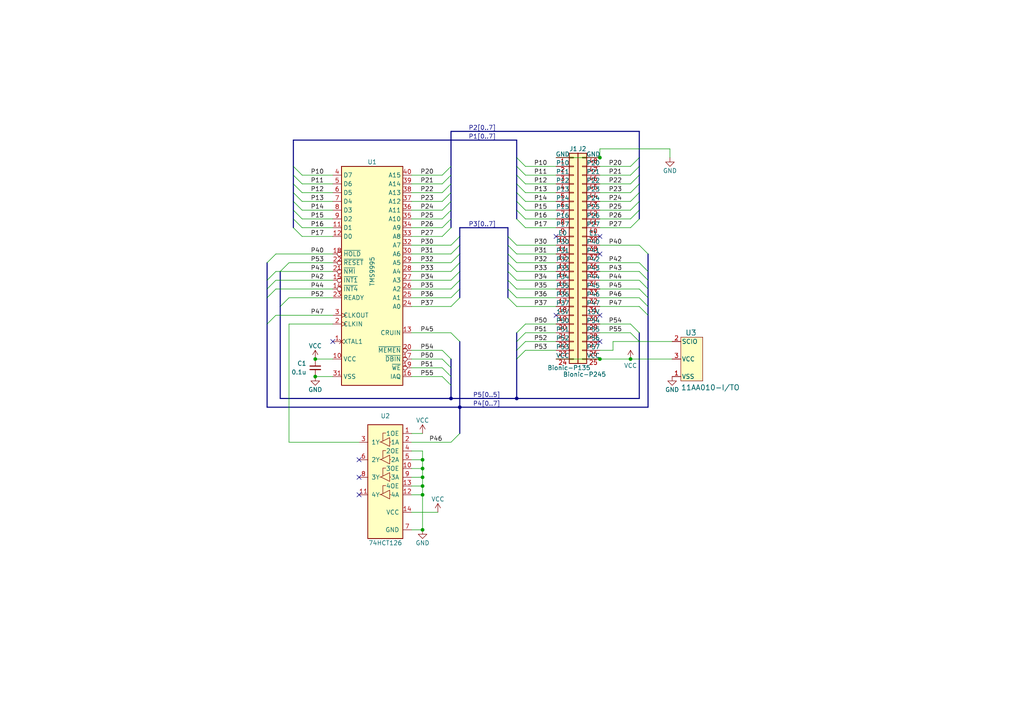
<source format=kicad_sch>
(kicad_sch (version 20230121) (generator eeschema)
  (paper "A4")
  (title_block (title "BionicTMS9995") (date "2022-01-19") (rev "1") (company "Tadashi G. Takaoka"))
  (lib_symbols
    (symbol "0-LocalLibrary:11AA010-I_TO" (pin_names (offset 0.254))
      (property "Reference" "U" (at 2.54 1.27 0))
      (property "Value" "11AA010-I/TO" (at 3.81 -13.97 0))
      (symbol "11AA010-I_TO_1_1"
        (rectangle (start 0 0) (end 6.35 -12.7) (fill (type background)))
        (pin power_in line (at -2.54 -11.43 0) (length 2.54) (name "VSS") (number "1"))
        (pin bidirectional line (at -2.54 -1.27 0) (length 2.54) (name "SCIO") (number "2"))
        (pin power_in line (at -2.54 -6.35 0) (length 2.54) (name "VCC") (number "3"))
      )
    )
    (symbol "0-LocalLibrary:74HCT126" (pin_names (offset 1.016))
      (property "Reference" "U" (at 0 16.51 0))
      (property "Value" "74HCT126" (at 0 -19.05 0))
      (symbol "74HCT126_0_1"
        (polyline (pts (xy -1.2954 10.2108) (xy -1.6002 10.2108)))
        (polyline (pts (xy 1.2954 10.2362) (xy 1.651 10.2362)))
        (polyline (pts (xy 0.7112 10.5664) (xy 0.7112 12.827) (xy -0.127 12.827) (xy -0.1016 12.827)))
      )
      (symbol "74HCT126_1_0"
        (polyline (pts (xy 1.27 10.2362) (xy -1.27 11.5062) (xy -1.27 8.9662) (xy 1.27 10.2362)) (stroke (width 0.1524)))
        (pin input line (at -7.62 12.7 0) (length 2.54) (name "1OE") (number "1"))
        (pin input line (at -7.62 2.54 0) (length 2.54) (name "3OE") (number "10"))
        (pin tri_state line (at 7.62 -5.08 180) (length 2.54) (name "4Y") (number "11"))
        (pin input line (at -7.62 -5.08 0) (length 2.54) (name "4A") (number "12"))
        (pin input line (at -7.62 -2.54 0) (length 2.54) (name "4OE") (number "13"))
        (pin power_in line (at -7.62 -10.16 0) (length 2.54) (name "VCC") (number "14"))
        (pin input line (at -7.62 10.16 0) (length 2.54) (name "1A") (number "2"))
        (pin tri_state line (at 7.62 10.16 180) (length 2.54) (name "1Y") (number "3"))
        (pin input line (at -7.62 7.62 0) (length 2.54) (name "2OE") (number "4"))
        (pin input line (at -7.62 5.08 0) (length 2.54) (name "2A") (number "5"))
        (pin tri_state line (at 7.62 5.08 180) (length 2.54) (name "2Y") (number "6"))
        (pin power_in line (at -7.62 -15.24 0) (length 2.54) (name "GND") (number "7"))
        (pin tri_state line (at 7.62 0 180) (length 2.54) (name "3Y") (number "8"))
        (pin input line (at -7.62 0 0) (length 2.54) (name "3A") (number "9"))
      )
      (symbol "74HCT126_1_1"
        (rectangle (start -5.08 15.24) (end 5.08 -17.78) (stroke (width 0.254)) (fill (type background)))
        (polyline (pts (xy -1.2954 -5.0292) (xy -1.6002 -5.0292)))
        (polyline (pts (xy -1.2954 0.0508) (xy -1.6002 0.0508)))
        (polyline (pts (xy -1.2954 5.1308) (xy -1.6002 5.1308)))
        (polyline (pts (xy 1.2954 -5.0038) (xy 1.651 -5.0038)))
        (polyline (pts (xy 1.2954 0.0762) (xy 1.651 0.0762)))
        (polyline (pts (xy 1.2954 5.1562) (xy 1.651 5.1562)))
        (polyline (pts (xy 0.7112 -4.6736) (xy 0.7112 -2.413) (xy -0.127 -2.413) (xy -0.1016 -2.413)))
        (polyline (pts (xy 0.7112 0.4064) (xy 0.7112 2.667) (xy -0.127 2.667) (xy -0.1016 2.667)))
        (polyline (pts (xy 0.7112 5.4864) (xy 0.7112 7.747) (xy -0.127 7.747) (xy -0.1016 7.747)))
        (polyline (pts (xy 1.27 -5.0038) (xy -1.27 -3.7338) (xy -1.27 -6.2738) (xy 1.27 -5.0038)) (stroke (width 0.1524)))
        (polyline (pts (xy 1.27 0.0762) (xy -1.27 1.3462) (xy -1.27 -1.1938) (xy 1.27 0.0762)) (stroke (width 0.1524)))
        (polyline (pts (xy 1.27 5.1562) (xy -1.27 6.4262) (xy -1.27 3.8862) (xy 1.27 5.1562)) (stroke (width 0.1524)))
      )
    )
    (symbol "0-LocalLibrary:Bionic-P135" (pin_names (offset 0))
      (property "Reference" "J" (at 0 30.48 0))
      (property "Value" "Bionic-P135" (at -1.27 -33.02 0))
      (symbol "Bionic-P135_1_1"
        (rectangle (start -1.27 -30.353) (end 0 -30.607) (stroke (width 0.1524)))
        (rectangle (start -1.27 -27.813) (end 0 -28.067) (stroke (width 0.1524)))
        (rectangle (start -1.27 -25.273) (end 0 -25.527) (stroke (width 0.1524)))
        (rectangle (start -1.27 -22.733) (end 0 -22.987) (stroke (width 0.1524)))
        (rectangle (start -1.27 -20.193) (end 0 -20.447) (stroke (width 0.1524)))
        (rectangle (start -1.27 -17.653) (end 0 -17.907) (stroke (width 0.1524)))
        (rectangle (start -1.27 -15.113) (end 0 -15.367) (stroke (width 0.1524)))
        (rectangle (start -1.27 -12.573) (end 0 -12.827) (stroke (width 0.1524)))
        (rectangle (start -1.27 -10.033) (end 0 -10.287) (stroke (width 0.1524)))
        (rectangle (start -1.27 -7.493) (end 0 -7.747) (stroke (width 0.1524)))
        (rectangle (start -1.27 -4.953) (end 0 -5.207) (stroke (width 0.1524)))
        (rectangle (start -1.27 -2.413) (end 0 -2.667) (stroke (width 0.1524)))
        (rectangle (start -1.27 0.127) (end 0 -0.127) (stroke (width 0.1524)))
        (rectangle (start -1.27 2.667) (end 0 2.413) (stroke (width 0.1524)))
        (rectangle (start -1.27 5.207) (end 0 4.953) (stroke (width 0.1524)))
        (rectangle (start -1.27 7.747) (end 0 7.493) (stroke (width 0.1524)))
        (rectangle (start -1.27 10.287) (end 0 10.033) (stroke (width 0.1524)))
        (rectangle (start -1.27 12.827) (end 0 12.573) (stroke (width 0.1524)))
        (rectangle (start -1.27 15.367) (end 0 15.113) (stroke (width 0.1524)))
        (rectangle (start -1.27 17.907) (end 0 17.653) (stroke (width 0.1524)))
        (rectangle (start -1.27 20.447) (end 0 20.193) (stroke (width 0.1524)))
        (rectangle (start -1.27 22.987) (end 0 22.733) (stroke (width 0.1524)))
        (rectangle (start -1.27 25.527) (end 0 25.273) (stroke (width 0.1524)))
        (rectangle (start -1.27 28.067) (end 0 27.813) (stroke (width 0.1524)))
        (rectangle (start -1.27 29.21) (end 1.27 -31.75) (stroke (width 0.254)) (fill (type background)))
        (pin power_out line (at -5.08 27.94 0) (length 3.81) (name "GND") (number "1"))
        (pin bidirectional line (at -5.08 5.08 0) (length 3.81) (name "E0") (number "10"))
        (pin bidirectional line (at -5.08 2.54 0) (length 3.81) (name "P30") (number "11"))
        (pin bidirectional line (at -5.08 0 0) (length 3.81) (name "P31") (number "12"))
        (pin bidirectional line (at -5.08 -2.54 0) (length 3.81) (name "P32") (number "13"))
        (pin bidirectional line (at -5.08 -5.08 0) (length 3.81) (name "P33") (number "14"))
        (pin bidirectional line (at -5.08 -7.62 0) (length 3.81) (name "P34") (number "15"))
        (pin bidirectional line (at -5.08 -10.16 0) (length 3.81) (name "P35") (number "16"))
        (pin bidirectional line (at -5.08 -12.7 0) (length 3.81) (name "P36") (number "17"))
        (pin bidirectional line (at -5.08 -15.24 0) (length 3.81) (name "P37") (number "18"))
        (pin power_out line (at -5.08 -17.78 0) (length 3.81) (name "15V") (number "19"))
        (pin bidirectional line (at -5.08 25.4 0) (length 3.81) (name "P10") (number "2"))
        (pin bidirectional line (at -5.08 -20.32 0) (length 3.81) (name "P50") (number "20"))
        (pin bidirectional line (at -5.08 -22.86 0) (length 3.81) (name "P51") (number "21"))
        (pin bidirectional line (at -5.08 -25.4 0) (length 3.81) (name "P52") (number "22"))
        (pin bidirectional line (at -5.08 -27.94 0) (length 3.81) (name "P53") (number "23"))
        (pin power_out line (at -5.08 -30.48 0) (length 3.81) (name "VCC") (number "24"))
        (pin bidirectional line (at -5.08 22.86 0) (length 3.81) (name "P11") (number "3"))
        (pin bidirectional line (at -5.08 20.32 0) (length 3.81) (name "P12") (number "4"))
        (pin bidirectional line (at -5.08 17.78 0) (length 3.81) (name "P13") (number "5"))
        (pin bidirectional line (at -5.08 15.24 0) (length 3.81) (name "P14") (number "6"))
        (pin bidirectional line (at -5.08 12.7 0) (length 3.81) (name "P15") (number "7"))
        (pin bidirectional line (at -5.08 10.16 0) (length 3.81) (name "P16") (number "8"))
        (pin bidirectional line (at -5.08 7.62 0) (length 3.81) (name "P17") (number "9"))
      )
    )
    (symbol "0-LocalLibrary:Bionic-P245" (pin_names (offset 0))
      (property "Reference" "J" (at -3.81 30.48 0))
      (property "Value" "Bionic-P245" (at -1.27 -33.02 0))
      (symbol "Bionic-P245_1_1"
        (rectangle (start -5.08 -31.75) (end -2.54 29.21) (stroke (width 0.254)) (fill (type background)))
        (rectangle (start -3.81 -30.607) (end -2.54 -30.353) (stroke (width 0.1524)))
        (rectangle (start -3.81 -28.067) (end -2.54 -27.813) (stroke (width 0.1524)))
        (rectangle (start -3.81 -25.527) (end -2.54 -25.273) (stroke (width 0.1524)))
        (rectangle (start -3.81 -22.987) (end -2.54 -22.733) (stroke (width 0.1524)))
        (rectangle (start -3.81 -20.447) (end -2.54 -20.193) (stroke (width 0.1524)))
        (rectangle (start -3.81 -17.907) (end -2.54 -17.653) (stroke (width 0.1524)))
        (rectangle (start -3.81 -15.367) (end -2.54 -15.113) (stroke (width 0.1524)))
        (rectangle (start -3.81 -12.827) (end -2.54 -12.573) (stroke (width 0.1524)))
        (rectangle (start -3.81 -10.287) (end -2.54 -10.033) (stroke (width 0.1524)))
        (rectangle (start -3.81 -7.747) (end -2.54 -7.493) (stroke (width 0.1524)))
        (rectangle (start -3.81 -5.207) (end -2.54 -4.953) (stroke (width 0.1524)))
        (rectangle (start -3.81 -2.667) (end -2.54 -2.413) (stroke (width 0.1524)))
        (rectangle (start -3.81 -0.127) (end -2.54 0.127) (stroke (width 0.1524)))
        (rectangle (start -3.81 2.413) (end -2.54 2.667) (stroke (width 0.1524)))
        (rectangle (start -3.81 4.953) (end -2.54 5.207) (stroke (width 0.1524)))
        (rectangle (start -3.81 7.493) (end -2.54 7.747) (stroke (width 0.1524)))
        (rectangle (start -3.81 10.033) (end -2.54 10.287) (stroke (width 0.1524)))
        (rectangle (start -3.81 12.573) (end -2.54 12.827) (stroke (width 0.1524)))
        (rectangle (start -3.81 15.113) (end -2.54 15.367) (stroke (width 0.1524)))
        (rectangle (start -3.81 17.653) (end -2.54 17.907) (stroke (width 0.1524)))
        (rectangle (start -3.81 20.193) (end -2.54 20.447) (stroke (width 0.1524)))
        (rectangle (start -3.81 22.733) (end -2.54 22.987) (stroke (width 0.1524)))
        (rectangle (start -3.81 25.273) (end -2.54 25.527) (stroke (width 0.1524)))
        (rectangle (start -3.81 27.813) (end -2.54 28.067) (stroke (width 0.1524)))
        (pin power_in line (at 1.27 -30.48 180) (length 3.81) (name "VCC") (number "25"))
        (pin bidirectional line (at 1.27 -27.94 180) (length 3.81) (name "P57") (number "26"))
        (pin bidirectional line (at 1.27 -25.4 180) (length 3.81) (name "P56") (number "27"))
        (pin bidirectional line (at 1.27 -22.86 180) (length 3.81) (name "P55") (number "28"))
        (pin bidirectional line (at 1.27 -20.32 180) (length 3.81) (name "P54") (number "29"))
        (pin power_in line (at 1.27 -17.78 180) (length 3.81) (name "15V") (number "30"))
        (pin bidirectional line (at 1.27 -15.24 180) (length 3.81) (name "P47") (number "31"))
        (pin bidirectional line (at 1.27 -12.7 180) (length 3.81) (name "P46") (number "32"))
        (pin bidirectional line (at 1.27 -10.16 180) (length 3.81) (name "P45") (number "33"))
        (pin bidirectional line (at 1.27 -7.62 180) (length 3.81) (name "P44") (number "34"))
        (pin bidirectional line (at 1.27 -5.08 180) (length 3.81) (name "P43") (number "35"))
        (pin bidirectional line (at 1.27 -2.54 180) (length 3.81) (name "P42") (number "36"))
        (pin bidirectional line (at 1.27 0 180) (length 3.81) (name "P41") (number "37"))
        (pin bidirectional line (at 1.27 2.54 180) (length 3.81) (name "P40") (number "38"))
        (pin bidirectional line (at 1.27 5.08 180) (length 3.81) (name "E1") (number "39"))
        (pin bidirectional line (at 1.27 7.62 180) (length 3.81) (name "P27") (number "40"))
        (pin bidirectional line (at 1.27 10.16 180) (length 3.81) (name "P26") (number "41"))
        (pin bidirectional line (at 1.27 12.7 180) (length 3.81) (name "P25") (number "42"))
        (pin bidirectional line (at 1.27 15.24 180) (length 3.81) (name "P24") (number "43"))
        (pin bidirectional line (at 1.27 17.78 180) (length 3.81) (name "P23") (number "44"))
        (pin bidirectional line (at 1.27 20.32 180) (length 3.81) (name "P22") (number "45"))
        (pin bidirectional line (at 1.27 22.86 180) (length 3.81) (name "P21") (number "46"))
        (pin bidirectional line (at 1.27 25.4 180) (length 3.81) (name "P20") (number "47"))
        (pin power_in line (at 1.27 27.94 180) (length 3.81) (name "GND") (number "48"))
      )
    )
    (symbol "0-LocalLibrary:TMS9995"
      (property "Reference" "U" (at -1.27 31.75 0))
      (property "Value" "TMS9995" (at 0 -3.81 90))
      (symbol "TMS9995_0_1"
        (rectangle (start -8.89 -33.02) (end 8.89 30.48) (stroke (width 0.254)) (fill (type background)))
      )
      (symbol "TMS9995_1_1"
        (pin passive non_logic (at -11.43 -20.32 0) (length 2.54) (name "XTAL1") (number "1"))
        (pin power_in line (at -11.43 -25.4 0) (length 2.54) (name "VCC") (number "10"))
        (pin bidirectional line (at -11.43 12.7 0) (length 2.54) (name "D1") (number "11"))
        (pin bidirectional line (at -11.43 10.16 0) (length 2.54) (name "D0") (number "12"))
        (pin input line (at 11.43 -17.78 180) (length 2.54) (name "CRUIN") (number "13"))
        (pin input inverted (at -11.43 -5.08 0) (length 2.54) (name "~{INT4}") (number "14"))
        (pin input inverted (at -11.43 -2.54 0) (length 2.54) (name "~{INT1}") (number "15"))
        (pin output line (at 11.43 -30.48 180) (length 2.54) (name "IAQ") (number "16"))
        (pin output inverted (at 11.43 -25.4 180) (length 2.54) (name "~{DBIN}") (number "17"))
        (pin input inverted (at -11.43 5.08 0) (length 2.54) (name "~{HOLD}") (number "18"))
        (pin output inverted (at 11.43 -27.94 180) (length 2.54) (name "~{WE}") (number "19"))
        (pin input clock (at -11.43 -15.24 0) (length 2.54) (name "CLKIN") (number "2"))
        (pin output inverted (at 11.43 -22.86 180) (length 2.54) (name "~{MEMEN}") (number "20"))
        (pin input inverted (at -11.43 0 0) (length 2.54) (name "~{NMI}") (number "21"))
        (pin input inverted (at -11.43 2.54 0) (length 2.54) (name "~{RESET}") (number "22"))
        (pin input line (at -11.43 -7.62 0) (length 2.54) (name "READY") (number "23"))
        (pin output line (at 11.43 -10.16 180) (length 2.54) (name "A0") (number "24"))
        (pin output line (at 11.43 -7.62 180) (length 2.54) (name "A1") (number "25"))
        (pin output line (at 11.43 -5.08 180) (length 2.54) (name "A2") (number "26"))
        (pin output line (at 11.43 -2.54 180) (length 2.54) (name "A3") (number "27"))
        (pin output line (at 11.43 0 180) (length 2.54) (name "A4") (number "28"))
        (pin output line (at 11.43 2.54 180) (length 2.54) (name "A5") (number "29"))
        (pin output clock (at -11.43 -12.7 0) (length 2.54) (name "CLKOUT") (number "3"))
        (pin output line (at 11.43 5.08 180) (length 2.54) (name "A6") (number "30"))
        (pin power_in line (at -11.43 -30.48 0) (length 2.54) (name "VSS") (number "31"))
        (pin output line (at 11.43 7.62 180) (length 2.54) (name "A7") (number "32"))
        (pin output line (at 11.43 10.16 180) (length 2.54) (name "A8") (number "33"))
        (pin output line (at 11.43 12.7 180) (length 2.54) (name "A9") (number "34"))
        (pin output line (at 11.43 15.24 180) (length 2.54) (name "A10") (number "35"))
        (pin output line (at 11.43 17.78 180) (length 2.54) (name "A11") (number "36"))
        (pin output line (at 11.43 20.32 180) (length 2.54) (name "A12") (number "37"))
        (pin output line (at 11.43 22.86 180) (length 2.54) (name "A13") (number "38"))
        (pin output line (at 11.43 25.4 180) (length 2.54) (name "A14") (number "39"))
        (pin bidirectional line (at -11.43 27.94 0) (length 2.54) (name "D7") (number "4"))
        (pin output line (at 11.43 27.94 180) (length 2.54) (name "A15") (number "40"))
        (pin bidirectional line (at -11.43 25.4 0) (length 2.54) (name "D6") (number "5"))
        (pin bidirectional line (at -11.43 22.86 0) (length 2.54) (name "D5") (number "6"))
        (pin bidirectional line (at -11.43 20.32 0) (length 2.54) (name "D4") (number "7"))
        (pin bidirectional line (at -11.43 17.78 0) (length 2.54) (name "D3") (number "8"))
        (pin bidirectional line (at -11.43 15.24 0) (length 2.54) (name "D2") (number "9"))
      )
    )
    (symbol "Device:C_Small" (pin_numbers hide) (pin_names (offset 0.254) hide)
      (property "Reference" "C" (at 0.254 1.778 0))
      (property "Value" "C_Small" (at 0.254 -2.032 0))
      (symbol "C_Small_0_1"
        (polyline (pts (xy -1.524 -0.508) (xy 1.524 -0.508)) (stroke (width 0.3302)))
        (polyline (pts (xy -1.524 0.508) (xy 1.524 0.508)) (stroke (width 0.3048)))
      )
      (symbol "C_Small_1_1"
        (pin passive line (at 0 2.54 270) (length 2.032) (name "~") (number "1"))
        (pin passive line (at 0 -2.54 90) (length 2.032) (name "~") (number "2"))
      )
    )
    (symbol "power:GND" (power) (pin_names (offset 0))
      (property "Value" "GND" (at 0 -3.81 0))
      (symbol "GND_0_1"
        (polyline (pts (xy 0 0) (xy 0 -1.27) (xy 1.27 -1.27) (xy 0 -2.54) (xy -1.27 -1.27) (xy 0 -1.27)))
      )
      (symbol "GND_1_1"
        (pin power_in line (at 0 0 270) (length 0) hide (name "GND") (number "1"))
      )
    )
    (symbol "power:VCC" (power) (pin_names (offset 0))
      (property "Value" "VCC" (at 0 3.81 0))
      (symbol "VCC_0_1"
        (polyline (pts (xy -0.762 1.27) (xy 0 2.54)))
        (polyline (pts (xy 0 0) (xy 0 2.54)))
        (polyline (pts (xy 0 2.54) (xy 0.762 1.27)))
      )
      (symbol "VCC_1_1"
        (pin power_in line (at 0 0 90) (length 0) hide (name "VCC") (number "1"))
      )
    )
  )
  (junction (at 91.44 104.14))
  (junction (at 182.88 104.14))
  (junction (at 91.44 109.22))
  (junction (at 133.35 118.11))
  (junction (at 122.555 133.35))
  (junction (at 122.555 140.97))
  (junction (at 122.555 143.51))
  (junction (at 130.81 115.57))
  (junction (at 149.86 115.57))
  (junction (at 173.99 45.72))
  (junction (at 122.555 153.67))
  (junction (at 122.555 135.89))
  (junction (at 122.555 138.43))
  (junction (at 173.99 104.14))
  (no_connect (at 173.99 91.44))
  (no_connect (at 104.14 133.35))
  (no_connect (at 173.99 68.58))
  (no_connect (at 173.99 73.66))
  (no_connect (at 161.29 68.58))
  (no_connect (at 96.52 99.06))
  (no_connect (at 104.14 138.43))
  (no_connect (at 104.14 143.51))
  (no_connect (at 161.29 91.44))
  (no_connect (at 173.99 99.06))
  (bus_entry (at 130.81 58.42) (size -2.54 2.54))
  (bus_entry (at 185.42 55.88) (size -2.54 2.54))
  (bus_entry (at 185.42 50.8) (size -2.54 2.54))
  (bus_entry (at 130.81 53.34) (size -2.54 2.54))
  (bus_entry (at 130.81 66.04) (size -2.54 2.54))
  (bus_entry (at 87.63 50.8) (size -2.54 -2.54))
  (bus_entry (at 182.88 93.98) (size 2.54 2.54))
  (bus_entry (at 87.63 53.34) (size -2.54 -2.54))
  (bus_entry (at 185.42 53.34) (size -2.54 2.54))
  (bus_entry (at 152.4 60.96) (size -2.54 -2.54))
  (bus_entry (at 185.42 60.96) (size -2.54 2.54))
  (bus_entry (at 130.81 86.36) (size 2.54 -2.54))
  (bus_entry (at 147.32 71.12) (size 2.54 2.54))
  (bus_entry (at 128.27 104.14) (size 2.54 2.54))
  (bus_entry (at 185.42 45.72) (size -2.54 2.54))
  (bus_entry (at 185.42 58.42) (size -2.54 2.54))
  (bus_entry (at 147.32 76.2) (size 2.54 2.54))
  (bus_entry (at 152.4 99.06) (size -2.54 2.54))
  (bus_entry (at 133.35 99.06) (size -2.54 -2.54))
  (bus_entry (at 130.81 81.28) (size 2.54 -2.54))
  (bus_entry (at 152.4 101.6) (size -2.54 2.54))
  (bus_entry (at 147.32 83.82) (size 2.54 2.54))
  (bus_entry (at 152.4 96.52) (size -2.54 2.54))
  (bus_entry (at 149.86 71.12) (size -2.54 -2.54))
  (bus_entry (at 77.47 76.2) (size 2.54 -2.54))
  (bus_entry (at 185.42 63.5) (size -2.54 2.54))
  (bus_entry (at 87.63 66.04) (size -2.54 -2.54))
  (bus_entry (at 147.32 81.28) (size 2.54 2.54))
  (bus_entry (at 130.81 88.9) (size 2.54 -2.54))
  (bus_entry (at 152.4 93.98) (size -2.54 2.54))
  (bus_entry (at 130.81 63.5) (size -2.54 2.54))
  (bus_entry (at 147.32 78.74) (size 2.54 2.54))
  (bus_entry (at 185.42 81.28) (size 2.54 2.54))
  (bus_entry (at 130.81 60.96) (size -2.54 2.54))
  (bus_entry (at 152.4 50.8) (size -2.54 -2.54))
  (bus_entry (at 130.81 71.12) (size 2.54 -2.54))
  (bus_entry (at 185.42 71.12) (size 2.54 2.54))
  (bus_entry (at 130.81 76.2) (size 2.54 -2.54))
  (bus_entry (at 130.81 73.66) (size 2.54 -2.54))
  (bus_entry (at 77.47 93.98) (size 2.54 -2.54))
  (bus_entry (at 130.81 83.82) (size 2.54 -2.54))
  (bus_entry (at 130.81 48.26) (size -2.54 2.54))
  (bus_entry (at 87.63 63.5) (size -2.54 -2.54))
  (bus_entry (at 185.42 76.2) (size 2.54 2.54))
  (bus_entry (at 128.27 106.68) (size 2.54 2.54))
  (bus_entry (at 187.96 88.9) (size -2.54 -2.54))
  (bus_entry (at 185.42 48.26) (size -2.54 2.54))
  (bus_entry (at 87.63 68.58) (size -2.54 -2.54))
  (bus_entry (at 87.63 58.42) (size -2.54 -2.54))
  (bus_entry (at 81.28 78.74) (size 2.54 -2.54))
  (bus_entry (at 152.4 53.34) (size -2.54 -2.54))
  (bus_entry (at 185.42 83.82) (size 2.54 2.54))
  (bus_entry (at 77.47 81.28) (size 2.54 -2.54))
  (bus_entry (at 128.27 101.6) (size 2.54 2.54))
  (bus_entry (at 133.35 125.73) (size -2.54 2.54))
  (bus_entry (at 81.28 88.9) (size 2.54 -2.54))
  (bus_entry (at 152.4 66.04) (size -2.54 -2.54))
  (bus_entry (at 152.4 55.88) (size -2.54 -2.54))
  (bus_entry (at 77.47 83.82) (size 2.54 -2.54))
  (bus_entry (at 185.42 78.74) (size 2.54 2.54))
  (bus_entry (at 130.81 55.88) (size -2.54 2.54))
  (bus_entry (at 152.4 58.42) (size -2.54 -2.54))
  (bus_entry (at 128.27 109.22) (size 2.54 2.54))
  (bus_entry (at 87.63 55.88) (size -2.54 -2.54))
  (bus_entry (at 130.81 50.8) (size -2.54 2.54))
  (bus_entry (at 152.4 63.5) (size -2.54 -2.54))
  (bus_entry (at 152.4 48.26) (size -2.54 -2.54))
  (bus_entry (at 77.47 86.36) (size 2.54 -2.54))
  (bus_entry (at 185.42 88.9) (size 2.54 2.54))
  (bus_entry (at 87.63 60.96) (size -2.54 -2.54))
  (bus_entry (at 147.32 86.36) (size 2.54 2.54))
  (bus_entry (at 147.32 73.66) (size 2.54 2.54))
  (bus_entry (at 130.81 78.74) (size 2.54 -2.54))
  (bus_entry (at 182.88 96.52) (size 2.54 2.54))
  (bus (pts (xy 147.32 71.12) (xy 147.32 73.66)))
  (bus (pts (xy 185.42 96.52) (xy 185.42 99.06)))
  (bus (pts (xy 85.09 58.42) (xy 85.09 60.96)))
  (wire (pts (xy 119.38 50.8) (xy 128.27 50.8)))
  (wire (pts (xy 83.82 86.36) (xy 96.52 86.36)))
  (bus (pts (xy 149.86 50.8) (xy 149.86 53.34)))
  (wire (pts (xy 152.4 96.52) (xy 161.29 96.52)))
  (wire (pts (xy 161.29 71.12) (xy 149.86 71.12)))
  (wire (pts (xy 173.99 43.18) (xy 194.31 43.18)))
  (wire (pts (xy 91.44 104.14) (xy 96.52 104.14)))
  (bus (pts (xy 149.86 40.64) (xy 149.86 45.72)))
  (bus (pts (xy 147.32 73.66) (xy 147.32 76.2)))
  (wire (pts (xy 119.38 138.43) (xy 122.555 138.43)))
  (wire (pts (xy 173.99 71.12) (xy 185.42 71.12)))
  (bus (pts (xy 147.32 83.82) (xy 147.32 86.36)))
  (wire (pts (xy 119.38 125.73) (xy 122.555 125.73)))
  (bus (pts (xy 133.35 81.28) (xy 133.35 83.82)))
  (wire (pts (xy 119.38 140.97) (xy 122.555 140.97)))
  (bus (pts (xy 133.35 66.04) (xy 147.32 66.04)))
  (bus (pts (xy 130.81 38.1) (xy 130.81 48.26)))
  (bus (pts (xy 85.09 53.34) (xy 85.09 55.88)))
  (wire (pts (xy 161.29 50.8) (xy 152.4 50.8)))
  (bus (pts (xy 185.42 50.8) (xy 185.42 53.34)))
  (bus (pts (xy 133.35 66.04) (xy 133.35 68.58)))
  (wire (pts (xy 161.29 58.42) (xy 152.4 58.42)))
  (bus (pts (xy 149.86 115.57) (xy 185.42 115.57)))
  (wire (pts (xy 122.555 135.89) (xy 122.555 138.43)))
  (wire (pts (xy 173.99 93.98) (xy 182.88 93.98)))
  (wire (pts (xy 161.29 63.5) (xy 152.4 63.5)))
  (wire (pts (xy 149.86 88.9) (xy 161.29 88.9)))
  (wire (pts (xy 119.38 58.42) (xy 128.27 58.42)))
  (bus (pts (xy 130.81 63.5) (xy 130.81 66.04)))
  (wire (pts (xy 161.29 104.14) (xy 173.99 104.14)))
  (wire (pts (xy 119.38 76.2) (xy 130.81 76.2)))
  (bus (pts (xy 187.96 91.44) (xy 187.96 118.11)))
  (wire (pts (xy 173.99 55.88) (xy 182.88 55.88)))
  (wire (pts (xy 161.29 83.82) (xy 149.86 83.82)))
  (wire (pts (xy 119.38 143.51) (xy 122.555 143.51)))
  (wire (pts (xy 119.38 53.34) (xy 128.27 53.34)))
  (bus (pts (xy 187.96 78.74) (xy 187.96 81.28)))
  (bus (pts (xy 85.09 50.8) (xy 85.09 53.34)))
  (wire (pts (xy 119.38 133.35) (xy 122.555 133.35)))
  (bus (pts (xy 133.35 118.11) (xy 77.47 118.11)))
  (bus (pts (xy 77.47 93.98) (xy 77.47 118.11)))
  (wire (pts (xy 122.555 140.97) (xy 122.555 143.51)))
  (bus (pts (xy 130.81 53.34) (xy 130.81 55.88)))
  (bus (pts (xy 130.81 106.68) (xy 130.81 109.22)))
  (bus (pts (xy 187.96 118.11) (xy 133.35 118.11)))
  (wire (pts (xy 119.38 86.36) (xy 130.81 86.36)))
  (wire (pts (xy 119.38 106.68) (xy 128.27 106.68)))
  (bus (pts (xy 185.42 48.26) (xy 185.42 50.8)))
  (wire (pts (xy 173.99 66.04) (xy 182.88 66.04)))
  (wire (pts (xy 161.29 60.96) (xy 152.4 60.96)))
  (wire (pts (xy 119.38 60.96) (xy 128.27 60.96)))
  (bus (pts (xy 147.32 66.04) (xy 147.32 68.58)))
  (bus (pts (xy 149.86 96.52) (xy 149.86 99.06)))
  (wire (pts (xy 152.4 93.98) (xy 161.29 93.98)))
  (wire (pts (xy 173.99 78.74) (xy 185.42 78.74)))
  (wire (pts (xy 161.29 73.66) (xy 149.86 73.66)))
  (bus (pts (xy 130.81 104.14) (xy 130.81 106.68)))
  (wire (pts (xy 119.38 81.28) (xy 130.81 81.28)))
  (wire (pts (xy 182.88 96.52) (xy 173.99 96.52)))
  (wire (pts (xy 81.28 78.74) (xy 96.52 78.74)))
  (wire (pts (xy 119.38 96.52) (xy 130.81 96.52)))
  (bus (pts (xy 77.47 81.28) (xy 77.47 83.82)))
  (bus (pts (xy 147.32 76.2) (xy 147.32 78.74)))
  (bus (pts (xy 133.35 83.82) (xy 133.35 86.36)))
  (bus (pts (xy 185.42 60.96) (xy 185.42 63.5)))
  (wire (pts (xy 119.38 73.66) (xy 130.81 73.66)))
  (wire (pts (xy 96.52 63.5) (xy 87.63 63.5)))
  (bus (pts (xy 130.81 111.76) (xy 130.81 115.57)))
  (wire (pts (xy 161.29 55.88) (xy 152.4 55.88)))
  (bus (pts (xy 85.09 60.96) (xy 85.09 63.5)))
  (wire (pts (xy 161.29 53.34) (xy 152.4 53.34)))
  (wire (pts (xy 173.99 86.36) (xy 185.42 86.36)))
  (bus (pts (xy 130.81 115.57) (xy 149.86 115.57)))
  (wire (pts (xy 96.52 53.34) (xy 87.63 53.34)))
  (wire (pts (xy 152.4 101.6) (xy 161.29 101.6)))
  (bus (pts (xy 149.86 58.42) (xy 149.86 60.96)))
  (wire (pts (xy 173.99 48.26) (xy 182.88 48.26)))
  (bus (pts (xy 149.86 48.26) (xy 149.86 50.8)))
  (wire (pts (xy 96.52 66.04) (xy 87.63 66.04)))
  (wire (pts (xy 119.38 83.82) (xy 130.81 83.82)))
  (wire (pts (xy 149.86 86.36) (xy 161.29 86.36)))
  (wire (pts (xy 182.88 104.14) (xy 194.945 104.14)))
  (bus (pts (xy 85.09 48.26) (xy 85.09 50.8)))
  (wire (pts (xy 173.99 50.8) (xy 182.88 50.8)))
  (bus (pts (xy 185.42 99.06) (xy 185.42 115.57)))
  (bus (pts (xy 187.96 83.82) (xy 187.96 86.36)))
  (wire (pts (xy 173.99 88.9) (xy 185.42 88.9)))
  (wire (pts (xy 119.38 66.04) (xy 128.27 66.04)))
  (wire (pts (xy 119.38 153.67) (xy 122.555 153.67)))
  (wire (pts (xy 96.52 60.96) (xy 87.63 60.96)))
  (wire (pts (xy 83.82 93.98) (xy 96.52 93.98)))
  (bus (pts (xy 85.09 63.5) (xy 85.09 66.04)))
  (bus (pts (xy 85.09 40.64) (xy 85.09 48.26)))
  (wire (pts (xy 119.38 88.9) (xy 130.81 88.9)))
  (bus (pts (xy 149.86 101.6) (xy 149.86 104.14)))
  (wire (pts (xy 173.99 58.42) (xy 182.88 58.42)))
  (wire (pts (xy 122.555 133.35) (xy 122.555 135.89)))
  (wire (pts (xy 83.82 76.2) (xy 96.52 76.2)))
  (bus (pts (xy 149.86 60.96) (xy 149.86 63.5)))
  (wire (pts (xy 119.38 63.5) (xy 128.27 63.5)))
  (bus (pts (xy 187.96 73.66) (xy 187.96 78.74)))
  (wire (pts (xy 161.29 45.72) (xy 173.99 45.72)))
  (bus (pts (xy 185.42 58.42) (xy 185.42 60.96)))
  (wire (pts (xy 119.38 101.6) (xy 128.27 101.6)))
  (bus (pts (xy 133.35 118.11) (xy 133.35 125.73)))
  (wire (pts (xy 119.38 135.89) (xy 122.555 135.89)))
  (wire (pts (xy 173.99 53.34) (xy 182.88 53.34)))
  (wire (pts (xy 173.99 104.14) (xy 182.88 104.14)))
  (bus (pts (xy 133.35 73.66) (xy 133.35 76.2)))
  (wire (pts (xy 119.38 71.12) (xy 130.81 71.12)))
  (bus (pts (xy 147.32 78.74) (xy 147.32 81.28)))
  (bus (pts (xy 130.81 50.8) (xy 130.81 53.34)))
  (bus (pts (xy 133.35 76.2) (xy 133.35 78.74)))
  (wire (pts (xy 119.38 78.74) (xy 130.81 78.74)))
  (wire (pts (xy 83.82 128.27) (xy 83.82 93.98)))
  (wire (pts (xy 122.555 143.51) (xy 122.555 153.67)))
  (wire (pts (xy 173.99 63.5) (xy 182.88 63.5)))
  (bus (pts (xy 133.35 78.74) (xy 133.35 81.28)))
  (bus (pts (xy 185.42 55.88) (xy 185.42 58.42)))
  (bus (pts (xy 130.81 48.26) (xy 130.81 50.8)))
  (bus (pts (xy 187.96 86.36) (xy 187.96 88.9)))
  (bus (pts (xy 149.86 45.72) (xy 149.86 48.26)))
  (wire (pts (xy 161.29 48.26) (xy 152.4 48.26)))
  (bus (pts (xy 147.32 81.28) (xy 147.32 83.82)))
  (bus (pts (xy 85.09 40.64) (xy 149.86 40.64)))
  (wire (pts (xy 96.52 58.42) (xy 87.63 58.42)))
  (bus (pts (xy 77.47 86.36) (xy 77.47 93.98)))
  (wire (pts (xy 119.38 55.88) (xy 128.27 55.88)))
  (bus (pts (xy 149.86 55.88) (xy 149.86 58.42)))
  (wire (pts (xy 173.99 101.6) (xy 177.8 101.6)))
  (wire (pts (xy 91.44 109.22) (xy 96.52 109.22)))
  (bus (pts (xy 133.35 68.58) (xy 133.35 71.12)))
  (wire (pts (xy 161.29 76.2) (xy 149.86 76.2)))
  (wire (pts (xy 177.8 99.06) (xy 185.42 99.06)))
  (wire (pts (xy 173.99 83.82) (xy 185.42 83.82)))
  (wire (pts (xy 161.29 78.74) (xy 149.86 78.74)))
  (wire (pts (xy 96.52 55.88) (xy 87.63 55.88)))
  (wire (pts (xy 173.99 76.2) (xy 185.42 76.2)))
  (bus (pts (xy 130.81 60.96) (xy 130.81 63.5)))
  (wire (pts (xy 185.42 99.06) (xy 194.945 99.06)))
  (bus (pts (xy 149.86 99.06) (xy 149.86 101.6)))
  (wire (pts (xy 161.29 81.28) (xy 149.86 81.28)))
  (bus (pts (xy 149.86 53.34) (xy 149.86 55.88)))
  (bus (pts (xy 149.86 104.14) (xy 149.86 115.57)))
  (bus (pts (xy 81.28 78.74) (xy 81.28 88.9)))
  (wire (pts (xy 80.01 73.66) (xy 96.52 73.66)))
  (wire (pts (xy 173.99 43.18) (xy 173.99 45.72)))
  (wire (pts (xy 122.555 130.81) (xy 122.555 133.35)))
  (wire (pts (xy 104.14 128.27) (xy 83.82 128.27)))
  (wire (pts (xy 80.01 91.44) (xy 96.52 91.44)))
  (bus (pts (xy 187.96 81.28) (xy 187.96 83.82)))
  (bus (pts (xy 185.42 45.72) (xy 185.42 48.26)))
  (bus (pts (xy 147.32 68.58) (xy 147.32 71.12)))
  (bus (pts (xy 185.42 38.1) (xy 185.42 45.72)))
  (bus (pts (xy 77.47 83.82) (xy 77.47 86.36)))
  (wire (pts (xy 152.4 99.06) (xy 161.29 99.06)))
  (bus (pts (xy 130.81 55.88) (xy 130.81 58.42)))
  (bus (pts (xy 130.81 38.1) (xy 185.42 38.1)))
  (wire (pts (xy 119.38 148.59) (xy 127 148.59)))
  (bus (pts (xy 185.42 53.34) (xy 185.42 55.88)))
  (bus (pts (xy 133.35 71.12) (xy 133.35 73.66)))
  (wire (pts (xy 96.52 68.58) (xy 87.63 68.58)))
  (bus (pts (xy 130.81 58.42) (xy 130.81 60.96)))
  (bus (pts (xy 187.96 88.9) (xy 187.96 91.44)))
  (wire (pts (xy 119.38 128.27) (xy 130.81 128.27)))
  (wire (pts (xy 122.555 138.43) (xy 122.555 140.97)))
  (bus (pts (xy 81.28 88.9) (xy 81.28 115.57)))
  (bus (pts (xy 130.81 109.22) (xy 130.81 111.76)))
  (wire (pts (xy 173.99 60.96) (xy 182.88 60.96)))
  (bus (pts (xy 85.09 55.88) (xy 85.09 58.42)))
  (wire (pts (xy 80.01 83.82) (xy 96.52 83.82)))
  (bus (pts (xy 81.28 115.57) (xy 130.81 115.57)))
  (bus (pts (xy 133.35 99.06) (xy 133.35 118.11)))
  (wire (pts (xy 119.38 68.58) (xy 128.27 68.58)))
  (wire (pts (xy 119.38 130.81) (xy 122.555 130.81)))
  (wire (pts (xy 173.99 81.28) (xy 185.42 81.28)))
  (wire (pts (xy 119.38 109.22) (xy 128.27 109.22)))
  (wire (pts (xy 80.01 81.28) (xy 96.52 81.28)))
  (wire (pts (xy 80.01 78.74) (xy 81.28 78.74)))
  (wire (pts (xy 96.52 50.8) (xy 87.63 50.8)))
  (wire (pts (xy 194.31 43.18) (xy 194.31 45.72)))
  (bus (pts (xy 77.47 76.2) (xy 77.47 81.28)))
  (wire (pts (xy 119.38 104.14) (xy 128.27 104.14)))
  (wire (pts (xy 177.8 101.6) (xy 177.8 99.06)))
  (wire (pts (xy 161.29 66.04) (xy 152.4 66.04)))
  (label "P51" (at 121.92 106.68 0))
  (label "P42" (at 176.53 76.2 0))
  (label "P36" (at 121.92 86.36 0))
  (label "P17" (at 93.98 68.58 180))
  (label "P51" (at 158.75 96.52 180))
  (label "P40" (at 176.53 71.12 0))
  (label "P55" (at 176.53 96.52 0))
  (label "P16" (at 93.98 66.04 180))
  (label "P46" (at 176.53 86.36 0))
  (label "P54" (at 176.53 93.98 0))
  (label "P17" (at 158.75 66.04 180))
  (label "P52" (at 93.98 86.36 180))
  (label "P40" (at 93.98 73.66 180))
  (label "P12" (at 93.98 55.88 180))
  (label "P25" (at 176.53 60.96 0))
  (label "P34" (at 158.75 81.28 180))
  (label "P36" (at 158.75 86.36 180))
  (label "P23" (at 176.53 55.88 0))
  (label "P2[0..7]" (at 135.89 38.1 0))
  (label "P26" (at 121.92 66.04 0))
  (label "P53" (at 93.98 76.2 180))
  (label "P35" (at 158.75 83.82 180))
  (label "P24" (at 176.53 58.42 0))
  (label "P33" (at 158.75 78.74 180))
  (label "P32" (at 158.75 76.2 180))
  (label "P27" (at 121.92 68.58 0))
  (label "P50" (at 121.92 104.14 0))
  (label "P37" (at 158.75 88.9 180))
  (label "P46" (at 124.46 128.27 0))
  (label "P13" (at 158.75 55.88 180))
  (label "P21" (at 121.92 53.34 0))
  (label "P14" (at 93.98 60.96 180))
  (label "P55" (at 121.92 109.22 0))
  (label "P14" (at 158.75 58.42 180))
  (label "P21" (at 176.53 50.8 0))
  (label "P4[0..7]" (at 137.16 118.11 0))
  (label "P45" (at 176.53 83.82 0))
  (label "P24" (at 121.92 60.96 0))
  (label "P27" (at 176.53 66.04 0))
  (label "P33" (at 121.92 78.74 0))
  (label "P31" (at 121.92 73.66 0))
  (label "P23" (at 121.92 58.42 0))
  (label "P32" (at 121.92 76.2 0))
  (label "P37" (at 121.92 88.9 0))
  (label "P34" (at 121.92 81.28 0))
  (label "P16" (at 158.75 63.5 180))
  (label "P42" (at 93.98 81.28 180))
  (label "P47" (at 93.98 91.44 180))
  (label "P10" (at 158.75 48.26 180))
  (label "P44" (at 176.53 81.28 0))
  (label "P53" (at 158.75 101.6 180))
  (label "P50" (at 158.75 93.98 180))
  (label "P31" (at 158.75 73.66 180))
  (label "P22" (at 121.92 55.88 0))
  (label "P1[0..7]" (at 135.89 40.64 0))
  (label "P44" (at 93.98 83.82 180))
  (label "P10" (at 93.98 50.8 180))
  (label "P11" (at 158.75 50.8 180))
  (label "P13" (at 93.98 58.42 180))
  (label "P52" (at 158.75 99.06 180))
  (label "P30" (at 121.92 71.12 0))
  (label "P12" (at 158.75 53.34 180))
  (label "P20" (at 176.53 48.26 0))
  (label "P30" (at 158.75 71.12 180))
  (label "P54" (at 121.92 101.6 0))
  (label "P43" (at 93.98 78.74 180))
  (label "P35" (at 121.92 83.82 0))
  (label "P45" (at 121.92 96.52 0))
  (label "P22" (at 176.53 53.34 0))
  (label "P25" (at 121.92 63.5 0))
  (label "P20" (at 121.92 50.8 0))
  (label "P26" (at 176.53 63.5 0))
  (label "P47" (at 176.53 88.9 0))
  (label "P43" (at 176.53 78.74 0))
  (label "P3[0..7]" (at 135.89 66.04 0))
  (label "P11" (at 93.98 53.34 180))
  (label "P15" (at 93.98 63.5 180))
  (label "P5[0..5]" (at 137.16 115.57 0))
  (label "P15" (at 158.75 60.96 180))
  (symbol (lib_id "Device:C_Small") (at 91.44 106.68 0) (mirror y) (unit 1)
    (property "Reference" "C1" (at 88.9 105.41 0) (effects (justify left)))
    (property "Value" "0.1u" (at 88.9 107.95 0) (effects (justify left)))
    (property "Footprint" "Capacitor_THT:C_Disc_D3.4mm_W2.1mm_P2.50mm" (effects hide))
  )
  (symbol (lib_id "0-LocalLibrary:74HCT126") (at 111.76 138.43 0) (mirror y) (unit 1)
    (property "Reference" "U2" (at 111.76 120.65 0))
    (property "Value" "74HCT126" (at 111.76 157.48 0))
    (property "Footprint" "Package_DIP:DIP-14_W7.62mm" (effects hide))
    (property "Datasheet" "https://www.ti.com/lit/ds/symlink/cd74hct126.pdf" (effects hide))
  )
  (symbol (lib_id "0-LocalLibrary:TMS9995") (at 107.95 78.74 0) (unit 1)
    (property "Reference" "U1" (at 107.95 46.99 0))
    (property "Value" "TMS9995" (at 107.95 78.74 90))
    (property "Footprint" "Package_DIP:DIP-40_W15.24mm" (effects hide))
    (property "Datasheet" "https://pdf1.alldatasheet.com/datasheet-pdf/view/81555/TI/TMS9995.html" (effects hide))
  )
  (symbol (lib_id "0-LocalLibrary:Bionic-P135") (at 166.37 73.66 0) (unit 1)
    (property "Reference" "J1" (at 165.1 43.18 0) (effects (justify left)))
    (property "Value" "Bionic-P135" (at 158.75 106.68 0) (effects (justify left)))
    (property "Footprint" "connector:Bionic-P135_Vertical" (effects hide))
  )
  (symbol (lib_id "power:GND") (at 91.44 109.22 0) (unit 1)
    (property "Reference" "#PWR03" (effects hide))
    (property "Value" "GND" (at 91.44 113.03 0))
  )
  (symbol (lib_id "power:VCC") (at 122.555 125.73 0) (unit 1)
    (property "Reference" "#PWR05" (effects hide))
    (property "Value" "VCC" (at 122.555 121.92 0))
  )
  (symbol (lib_id "power:GND") (at 122.555 153.67 0) (unit 1)
    (property "Reference" "#PWR02" (effects hide))
    (property "Value" "GND" (at 122.555 157.48 0))
  )
  (symbol (lib_id "power:VCC") (at 91.44 104.14 0) (unit 1)
    (property "Reference" "#PWR07" (effects hide))
    (property "Value" "VCC" (at 91.44 100.33 0))
  )
  (symbol (lib_id "power:VCC") (at 127 148.59 0) (unit 1)
    (property "Reference" "#PWR06" (effects hide))
    (property "Value" "VCC" (at 127 144.78 0))
  )
  (symbol (lib_id "power:GND") (at 194.31 45.72 0) (unit 1)
    (property "Reference" "#PWR01" (effects hide))
    (property "Value" "GND" (at 194.31 49.53 0))
  )
  (symbol (lib_id "0-LocalLibrary:11AA010-I_TO") (at 197.485 97.79 0) (unit 1)
    (property "Reference" "U3" (at 198.755 96.52 0) (effects (font (size 1.524 1.524)) (justify left)))
    (property "Value" "11AA010-I/TO" (at 197.485 112.395 0) (effects (font (size 1.524 1.524)) (justify left)))
    (property "Footprint" "TO-92_MC_MCH" (effects hide))
    (property "Datasheet" "11AA010-I/TO" (effects hide))
  )
  (symbol (lib_id "power:GND") (at 194.945 109.22 0) (unit 1)
    (property "Reference" "#PWR08" (effects hide))
    (property "Value" "GND" (at 194.945 113.03 0))
  )
  (symbol (lib_id "power:VCC") (at 182.88 104.14 0) (unit 1)
    (property "Reference" "#PWR04" (effects hide))
    (property "Value" "VCC" (at 182.88 106.045 0))
  )
  (symbol (lib_id "0-LocalLibrary:Bionic-P245") (at 172.72 73.66 0) (unit 1)
    (property "Reference" "J2" (at 168.91 43.18 0))
    (property "Value" "Bionic-P245" (at 169.545 108.585 0))
    (property "Footprint" "connector:Bionic-P245_Vertical" (effects hide))
  )
)
</source>
